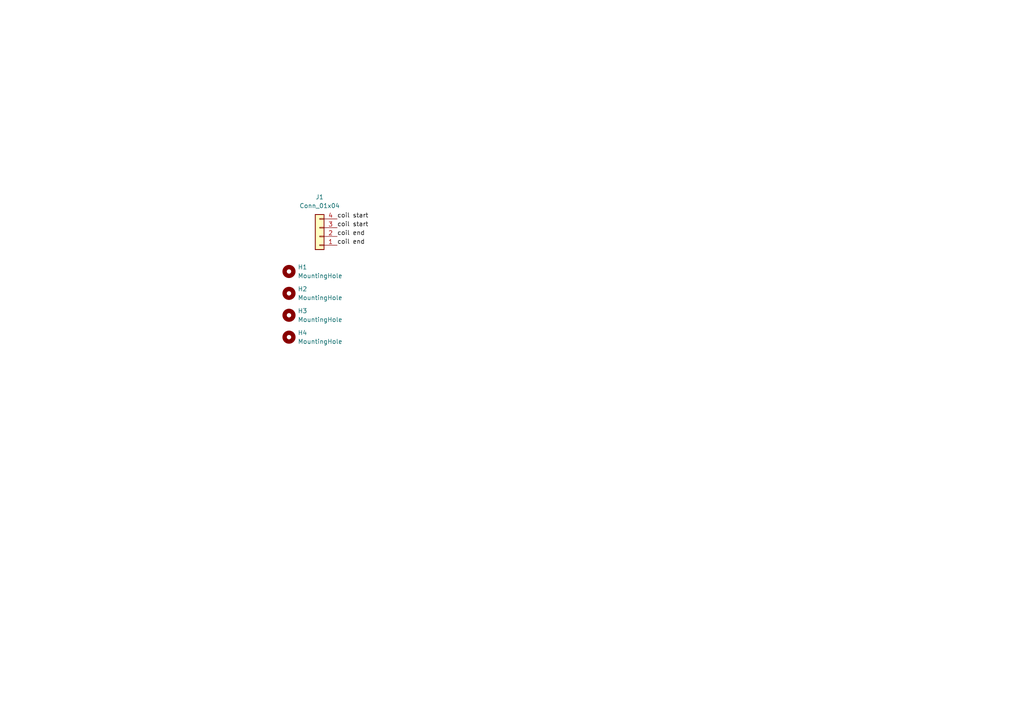
<source format=kicad_sch>
(kicad_sch (version 20231120) (generator "eeschema") (generator_version "8.0")
  (paper "A4")
  (lib_symbols
    (symbol "Connector_Generic:Conn_01x04" (pin_names (offset 1.016) hide)
      (property "Reference" "J" (at 0 5.08 0))
      (property "Value" "Conn_01x04" (at 0 -7.62 0))
      (symbol "Conn_01x04_1_1"
        (rectangle (start -1.27 -4.953) (end 0 -5.207) (stroke (width 0.1524)))
        (rectangle (start -1.27 -2.413) (end 0 -2.667) (stroke (width 0.1524)))
        (rectangle (start -1.27 0.127) (end 0 -0.127) (stroke (width 0.1524)))
        (rectangle (start -1.27 2.667) (end 0 2.413) (stroke (width 0.1524)))
        (rectangle (start -1.27 3.81) (end 1.27 -6.35) (stroke (width 0.254)) (fill (type background)))
        (pin passive line (at -5.08 2.54 0) (length 3.81) (name "Pin_1") (number "1"))
        (pin passive line (at -5.08 0 0) (length 3.81) (name "Pin_2") (number "2"))
        (pin passive line (at -5.08 -2.54 0) (length 3.81) (name "Pin_3") (number "3"))
        (pin passive line (at -5.08 -5.08 0) (length 3.81) (name "Pin_4") (number "4"))
      )
    )
    (symbol "Mechanical:MountingHole" (pin_names (offset 1.016)) (exclude_from_sim yes) (in_bom no)
      (property "Reference" "H" (at 0 5.08 0))
      (property "Value" "MountingHole" (at 0 3.175 0))
      (symbol "MountingHole_0_1"
        (circle (center 0 0) (radius 1.27) (stroke (width 1.27)))
      )
    )
  )
  (label "coil start" (at 97.79 66.04 0))
  (label "coil end" (at 97.79 71.12 0))
  (label "coil end" (at 97.79 68.58 0))
  (label "coil start" (at 97.79 63.5 0))
  (symbol (lib_id "Mechanical:MountingHole") (at 83.82 91.44 0) (unit 1) (exclude_from_sim yes) (in_bom no)
    (property "Reference" "H3" (at 86.36 90.1699 0) (effects (justify left)))
    (property "Value" "MountingHole" (at 86.36 92.7099 0) (effects (justify left)))
    (property "Footprint" "MountingHole:MountingHole_3.2mm_M3_Pad" (effects (hide yes)))
    (property "Description" "Mounting Hole without connection" (effects (hide yes)))
  )
  (symbol (lib_id "Mechanical:MountingHole") (at 83.82 85.09 0) (unit 1) (exclude_from_sim yes) (in_bom no)
    (property "Reference" "H2" (at 86.36 83.8199 0) (effects (justify left)))
    (property "Value" "MountingHole" (at 86.36 86.3599 0) (effects (justify left)))
    (property "Footprint" "MountingHole:MountingHole_3.2mm_M3_Pad" (effects (hide yes)))
    (property "Description" "Mounting Hole without connection" (effects (hide yes)))
  )
  (symbol (lib_id "Mechanical:MountingHole") (at 83.82 97.79 0) (unit 1) (exclude_from_sim yes) (in_bom no)
    (property "Reference" "H4" (at 86.36 96.5199 0) (effects (justify left)))
    (property "Value" "MountingHole" (at 86.36 99.0599 0) (effects (justify left)))
    (property "Footprint" "MountingHole:MountingHole_3.2mm_M3_Pad" (effects (hide yes)))
    (property "Description" "Mounting Hole without connection" (effects (hide yes)))
  )
  (symbol (lib_id "Connector_Generic:Conn_01x04") (at 92.71 68.58 180) (unit 1)
    (property "Reference" "J1" (at 92.71 57.15 0))
    (property "Value" "Conn_01x04" (at 92.71 59.69 0))
    (property "Footprint" "Connector_PinHeader_2.54mm:PinHeader_1x04_P2.54mm_Horizontal" (effects (hide yes)))
    (property "Description" "Generic connector, single row, 01x04, script generated (kicad-library-utils/schlib/autogen/connector/)" (effects (hide yes)))
  )
  (symbol (lib_id "Mechanical:MountingHole") (at 83.82 78.74 0) (unit 1) (exclude_from_sim yes) (in_bom no)
    (property "Reference" "H1" (at 86.36 77.4699 0) (effects (justify left)))
    (property "Value" "MountingHole" (at 86.36 80.0099 0) (effects (justify left)))
    (property "Footprint" "MountingHole:MountingHole_3.2mm_M3_Pad" (effects (hide yes)))
    (property "Description" "Mounting Hole without connection" (effects (hide yes)))
  )
)
</source>
